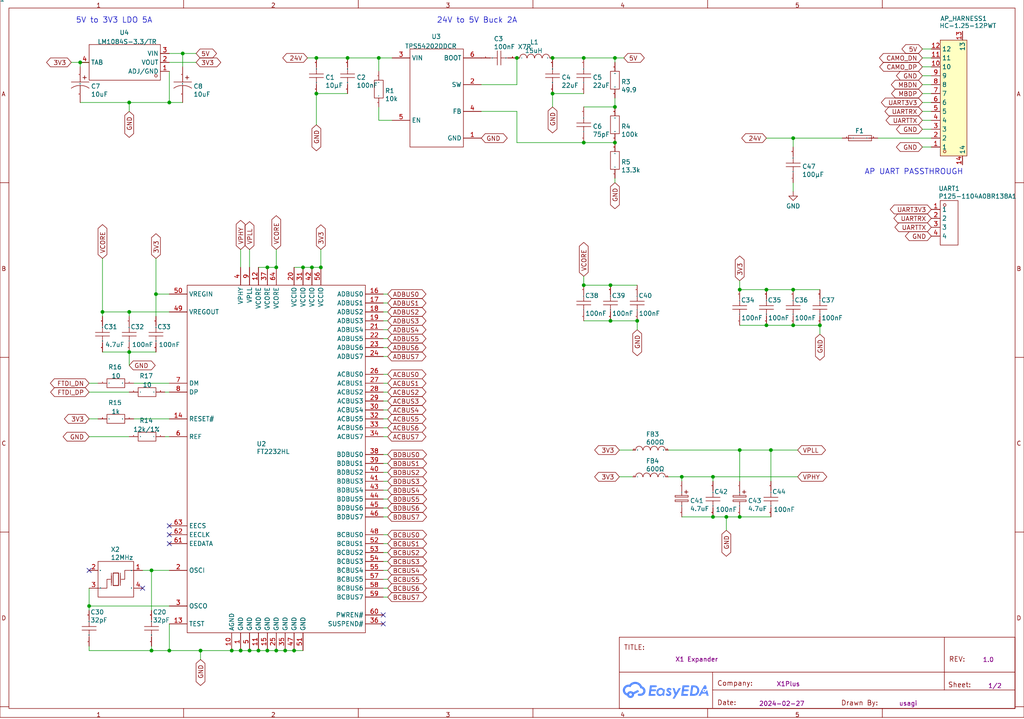
<source format=kicad_sch>
(kicad_sch (version 20231120) (generator "eeschema") (generator_version "8.0")
  (paper "User" 291.846 204.953)
  (junction (at 52.07 15.24))
  (junction (at 73.66 185.42))
  (junction (at 78.74 185.42))
  (junction (at 29.21 88.9))
  (junction (at 218.44 82.55))
  (junction (at 78.74 76.2))
  (junction (at 175.26 16.51))
  (junction (at 203.2 147.32))
  (junction (at 203.2 135.89))
  (junction (at 88.9 76.2))
  (junction (at 210.82 128.27))
  (junction (at 68.58 185.42))
  (junction (at 207.01 147.32))
  (junction (at 99.06 16.51))
  (junction (at 175.26 30.48))
  (junction (at 36.83 88.9))
  (junction (at 36.83 29.21))
  (junction (at 81.28 185.42))
  (junction (at 90.17 16.51))
  (junction (at 57.15 185.42))
  (junction (at 226.06 92.71))
  (junction (at 218.44 92.71))
  (junction (at 219.71 128.27))
  (junction (at 44.45 83.82))
  (junction (at 22.86 17.78))
  (junction (at 210.82 147.32))
  (junction (at 166.37 40.64))
  (junction (at 66.04 185.42))
  (junction (at 166.37 81.28))
  (junction (at 233.68 92.71))
  (junction (at 48.26 185.42))
  (junction (at 48.26 29.21))
  (junction (at 83.82 185.42))
  (junction (at 90.17 26.67))
  (junction (at 226.06 39.37))
  (junction (at 147.32 16.51))
  (junction (at 157.48 26.67))
  (junction (at 25.4 172.72))
  (junction (at 91.44 76.2))
  (junction (at 210.82 82.55))
  (junction (at 226.06 82.55))
  (junction (at 173.99 81.28))
  (junction (at 107.95 16.51))
  (junction (at 173.99 91.44))
  (junction (at 86.36 76.2))
  (junction (at 166.37 16.51))
  (junction (at 181.61 91.44))
  (junction (at 36.83 100.33))
  (junction (at 71.12 185.42))
  (junction (at 43.18 162.56))
  (junction (at 194.31 135.89))
  (junction (at 76.2 76.2))
  (junction (at 157.48 16.51))
  (junction (at 43.18 185.42))
  (junction (at 76.2 185.42))
  (junction (at 175.26 40.64))
  (no_connect (at 109.22 177.8))
  (no_connect (at 48.26 149.86))
  (no_connect (at 48.26 154.94))
  (no_connect (at 109.22 175.26))
  (no_connect (at 48.26 152.4))
  (no_connect (at 25.4 162.56))
  (no_connect (at 40.64 167.64))
  (wire (pts (xy 219.71 137.16) (xy 219.71 128.27)))
  (wire (pts (xy 22.86 17.78) (xy 20.32 17.78)))
  (wire (pts (xy 233.68 95.25) (xy 233.68 92.71)))
  (wire (pts (xy 226.06 52.07) (xy 226.06 54.61)))
  (wire (pts (xy 88.9 76.2) (xy 86.36 76.2)))
  (wire (pts (xy 36.83 29.21) (xy 36.83 31.75)))
  (wire (pts (xy 68.58 76.2) (xy 68.58 71.12)))
  (wire (pts (xy 110.49 154.94) (xy 109.22 154.94)))
  (wire (pts (xy 265.43 16.51) (xy 262.89 16.51)))
  (wire (pts (xy 25.4 111.76) (xy 36.83 111.76)))
  (wire (pts (xy 265.43 41.91) (xy 262.89 41.91)))
  (wire (pts (xy 166.37 26.67) (xy 157.48 26.67)))
  (wire (pts (xy 25.4 167.64) (xy 25.4 172.72)))
  (wire (pts (xy 44.45 100.33) (xy 36.83 100.33)))
  (wire (pts (xy 203.2 137.16) (xy 203.2 135.89)))
  (wire (pts (xy 25.4 17.78) (xy 22.86 17.78)))
  (wire (pts (xy 147.32 16.51) (xy 147.32 24.13)))
  (wire (pts (xy 147.32 31.75) (xy 147.32 40.64)))
  (wire (pts (xy 91.44 71.12) (xy 91.44 76.2)))
  (wire (pts (xy 166.37 81.28) (xy 173.99 81.28)))
  (wire (pts (xy 29.21 90.17) (xy 29.21 88.9)))
  (wire (pts (xy 90.17 26.67) (xy 90.17 35.56)))
  (wire (pts (xy 110.49 134.62) (xy 109.22 134.62)))
  (wire (pts (xy 110.49 121.92) (xy 109.22 121.92)))
  (wire (pts (xy 181.61 91.44) (xy 173.99 91.44)))
  (wire (pts (xy 194.31 147.32) (xy 203.2 147.32)))
  (wire (pts (xy 226.06 92.71) (xy 218.44 92.71)))
  (wire (pts (xy 48.26 29.21) (xy 52.07 29.21)))
  (wire (pts (xy 111.76 34.29) (xy 107.95 34.29)))
  (wire (pts (xy 110.49 165.1) (xy 109.22 165.1)))
  (wire (pts (xy 107.95 20.32) (xy 107.95 16.51)))
  (wire (pts (xy 177.8 16.51) (xy 175.26 16.51)))
  (wire (pts (xy 52.07 15.24) (xy 55.88 15.24)))
  (wire (pts (xy 71.12 185.42) (xy 73.66 185.42)))
  (wire (pts (xy 38.1 109.22) (xy 48.26 109.22)))
  (wire (pts (xy 71.12 76.2) (xy 71.12 71.12)))
  (wire (pts (xy 203.2 147.32) (xy 207.01 147.32)))
  (wire (pts (xy 181.61 93.98) (xy 181.61 91.44)))
  (wire (pts (xy 190.5 128.27) (xy 210.82 128.27)))
  (wire (pts (xy 83.82 185.42) (xy 86.36 185.42)))
  (wire (pts (xy 81.28 185.42) (xy 83.82 185.42)))
  (wire (pts (xy 36.83 104.14) (xy 36.83 100.33)))
  (wire (pts (xy 265.43 19.05) (xy 262.89 19.05)))
  (wire (pts (xy 22.86 29.21) (xy 36.83 29.21)))
  (wire (pts (xy 86.36 76.2) (xy 83.82 76.2)))
  (wire (pts (xy 110.49 160.02) (xy 109.22 160.02)))
  (wire (pts (xy 107.95 16.51) (xy 99.06 16.51)))
  (wire (pts (xy 226.06 82.55) (xy 218.44 82.55)))
  (wire (pts (xy 25.4 185.42) (xy 43.18 185.42)))
  (wire (pts (xy 226.06 39.37) (xy 240.03 39.37)))
  (wire (pts (xy 175.26 52.07) (xy 175.26 50.8)))
  (wire (pts (xy 227.33 135.89) (xy 203.2 135.89)))
  (wire (pts (xy 207.01 151.13) (xy 207.01 147.32)))
  (wire (pts (xy 110.49 142.24) (xy 109.22 142.24)))
  (wire (pts (xy 90.17 16.51) (xy 87.63 16.51)))
  (wire (pts (xy 265.43 29.21) (xy 262.89 29.21)))
  (wire (pts (xy 68.58 185.42) (xy 71.12 185.42)))
  (wire (pts (xy 110.49 109.22) (xy 109.22 109.22)))
  (wire (pts (xy 78.74 76.2) (xy 76.2 76.2)))
  (wire (pts (xy 25.4 124.46) (xy 36.83 124.46)))
  (wire (pts (xy 43.18 185.42) (xy 48.26 185.42)))
  (wire (pts (xy 265.43 21.59) (xy 262.89 21.59)))
  (wire (pts (xy 110.49 93.98) (xy 109.22 93.98)))
  (wire (pts (xy 175.26 16.51) (xy 166.37 16.51)))
  (wire (pts (xy 76.2 185.42) (xy 78.74 185.42)))
  (wire (pts (xy 91.44 76.2) (xy 88.9 76.2)))
  (wire (pts (xy 265.43 13.97) (xy 262.89 13.97)))
  (wire (pts (xy 48.26 88.9) (xy 36.83 88.9)))
  (wire (pts (xy 110.49 162.56) (xy 109.22 162.56)))
  (wire (pts (xy 218.44 92.71) (xy 210.82 92.71)))
  (wire (pts (xy 48.26 162.56) (xy 43.18 162.56)))
  (wire (pts (xy 110.49 170.18) (xy 109.22 170.18)))
  (wire (pts (xy 166.37 16.51) (xy 157.48 16.51)))
  (wire (pts (xy 66.04 185.42) (xy 68.58 185.42)))
  (wire (pts (xy 265.43 36.83) (xy 262.89 36.83)))
  (wire (pts (xy 110.49 137.16) (xy 109.22 137.16)))
  (wire (pts (xy 110.49 124.46) (xy 109.22 124.46)))
  (wire (pts (xy 25.4 172.72) (xy 48.26 172.72)))
  (wire (pts (xy 25.4 184.15) (xy 25.4 185.42)))
  (wire (pts (xy 110.49 106.68) (xy 109.22 106.68)))
  (wire (pts (xy 110.49 91.44) (xy 109.22 91.44)))
  (wire (pts (xy 22.86 19.05) (xy 22.86 17.78)))
  (wire (pts (xy 57.15 185.42) (xy 66.04 185.42)))
  (wire (pts (xy 29.21 73.66) (xy 29.21 88.9)))
  (wire (pts (xy 166.37 78.74) (xy 166.37 81.28)))
  (wire (pts (xy 180.34 135.89) (xy 176.53 135.89)))
  (wire (pts (xy 99.06 26.67) (xy 90.17 26.67)))
  (wire (pts (xy 44.45 90.17) (xy 44.45 83.82)))
  (wire (pts (xy 147.32 24.13) (xy 137.16 24.13)))
  (wire (pts (xy 203.2 135.89) (xy 194.31 135.89)))
  (wire (pts (xy 176.53 128.27) (xy 180.34 128.27)))
  (wire (pts (xy 48.26 177.8) (xy 48.26 185.42)))
  (wire (pts (xy 166.37 40.64) (xy 175.26 40.64)))
  (wire (pts (xy 43.18 173.99) (xy 43.18 162.56)))
  (wire (pts (xy 210.82 137.16) (xy 210.82 128.27)))
  (wire (pts (xy 43.18 162.56) (xy 40.64 162.56)))
  (wire (pts (xy 210.82 147.32) (xy 219.71 147.32)))
  (wire (pts (xy 43.18 184.15) (xy 43.18 185.42)))
  (wire (pts (xy 110.49 111.76) (xy 109.22 111.76)))
  (wire (pts (xy 25.4 109.22) (xy 27.94 109.22)))
  (wire (pts (xy 175.26 27.94) (xy 175.26 30.48)))
  (wire (pts (xy 110.49 99.06) (xy 109.22 99.06)))
  (wire (pts (xy 219.71 128.27) (xy 227.33 128.27)))
  (wire (pts (xy 57.15 187.96) (xy 57.15 185.42)))
  (wire (pts (xy 48.26 17.78) (xy 55.88 17.78)))
  (wire (pts (xy 265.43 26.67) (xy 262.89 26.67)))
  (wire (pts (xy 210.82 128.27) (xy 219.71 128.27)))
  (wire (pts (xy 265.43 39.37) (xy 250.19 39.37)))
  (wire (pts (xy 52.07 19.05) (xy 52.07 15.24)))
  (wire (pts (xy 25.4 119.38) (xy 27.94 119.38)))
  (wire (pts (xy 110.49 147.32) (xy 109.22 147.32)))
  (wire (pts (xy 226.06 39.37) (xy 226.06 41.91)))
  (wire (pts (xy 157.48 26.67) (xy 157.48 30.48)))
  (wire (pts (xy 46.99 124.46) (xy 48.26 124.46)))
  (wire (pts (xy 110.49 152.4) (xy 109.22 152.4)))
  (wire (pts (xy 147.32 40.64) (xy 166.37 40.64)))
  (wire (pts (xy 48.26 15.24) (xy 52.07 15.24)))
  (wire (pts (xy 207.01 147.32) (xy 210.82 147.32)))
  (wire (pts (xy 107.95 34.29) (xy 107.95 30.48)))
  (wire (pts (xy 25.4 173.99) (xy 25.4 172.72)))
  (wire (pts (xy 111.76 16.51) (xy 107.95 16.51)))
  (wire (pts (xy 110.49 129.54) (xy 109.22 129.54)))
  (wire (pts (xy 36.83 88.9) (xy 36.83 90.17)))
  (wire (pts (xy 190.5 135.89) (xy 194.31 135.89)))
  (wire (pts (xy 29.21 88.9) (xy 36.83 88.9)))
  (wire (pts (xy 44.45 73.66) (xy 44.45 83.82)))
  (wire (pts (xy 38.1 119.38) (xy 48.26 119.38)))
  (wire (pts (xy 265.43 24.13) (xy 262.89 24.13)))
  (wire (pts (xy 175.26 17.78) (xy 175.26 16.51)))
  (wire (pts (xy 110.49 139.7) (xy 109.22 139.7)))
  (wire (pts (xy 73.66 185.42) (xy 76.2 185.42)))
  (wire (pts (xy 110.49 157.48) (xy 109.22 157.48)))
  (wire (pts (xy 233.68 92.71) (xy 226.06 92.71)))
  (wire (pts (xy 233.68 82.55) (xy 226.06 82.55)))
  (wire (pts (xy 110.49 114.3) (xy 109.22 114.3)))
  (wire (pts (xy 110.49 119.38) (xy 109.22 119.38)))
  (wire (pts (xy 110.49 116.84) (xy 109.22 116.84)))
  (wire (pts (xy 48.26 185.42) (xy 57.15 185.42)))
  (wire (pts (xy 110.49 132.08) (xy 109.22 132.08)))
  (wire (pts (xy 76.2 76.2) (xy 73.66 76.2)))
  (wire (pts (xy 110.49 88.9) (xy 109.22 88.9)))
  (wire (pts (xy 218.44 82.55) (xy 210.82 82.55)))
  (wire (pts (xy 173.99 91.44) (xy 166.37 91.44)))
  (wire (pts (xy 36.83 100.33) (xy 29.21 100.33)))
  (wire (pts (xy 194.31 135.89) (xy 194.31 137.16)))
  (wire (pts (xy 44.45 83.82) (xy 48.26 83.82)))
  (wire (pts (xy 110.49 96.52) (xy 109.22 96.52)))
  (wire (pts (xy 265.43 31.75) (xy 262.89 31.75)))
  (wire (pts (xy 48.26 20.32) (xy 48.26 29.21)))
  (wire (pts (xy 173.99 81.28) (xy 181.61 81.28)))
  (wire (pts (xy 110.49 101.6) (xy 109.22 101.6)))
  (wire (pts (xy 110.49 86.36) (xy 109.22 86.36)))
  (wire (pts (xy 210.82 82.55) (xy 210.82 80.01)))
  (wire (pts (xy 110.49 167.64) (xy 109.22 167.64)))
  (wire (pts (xy 175.26 30.48) (xy 166.37 30.48)))
  (wire (pts (xy 218.44 39.37) (xy 226.06 39.37)))
  (wire (pts (xy 36.83 29.21) (xy 48.26 29.21)))
  (wire (pts (xy 110.49 83.82) (xy 109.22 83.82)))
  (wire (pts (xy 78.74 71.12) (xy 78.74 76.2)))
  (wire (pts (xy 46.99 111.76) (xy 48.26 111.76)))
  (wire (pts (xy 265.43 34.29) (xy 262.89 34.29)))
  (wire (pts (xy 78.74 185.42) (xy 81.28 185.42)))
  (wire (pts (xy 110.49 144.78) (xy 109.22 144.78)))
  (wire (pts (xy 137.16 31.75) (xy 147.32 31.75)))
  (wire (pts (xy 99.06 16.51) (xy 90.17 16.51)))
  (text "5V to 3V3 LDO 5A" (at 21.59 6.8072 0) (effects (font (size 1.5748 1.5748)) (justify left bottom)))
  (text "AP UART PASSTHROUGH" (at 246.38 49.9872 0) (effects (font (size 1.5748 1.5748)) (justify left bottom)))
  (text "24V to 5V Buck 2A" (at 124.46 6.8072 0) (effects (font (size 1.5748 1.5748)) (justify left bottom)))
  (global_label "ADBUS7" (shape bidirectional) (at 110.49 101.6 0) (property "Intersheetrefs" "${INTERSHEET_REFS}" (effects (hide yes))))
  (global_label "UART3V3" (shape bidirectional) (at 262.89 29.21 180) (property "Intersheetrefs" "${INTERSHEET_REFS}" (effects (hide yes))))
  (global_label "BDBUS4" (shape bidirectional) (at 110.49 139.7 0) (property "Intersheetrefs" "${INTERSHEET_REFS}" (effects (hide yes))))
  (global_label "FTDI_DP" (shape bidirectional) (at 25.4 111.76 180) (property "Intersheetrefs" "${INTERSHEET_REFS}" (effects (hide yes))))
  (global_label "UARTTX" (shape bidirectional) (at 265.43 64.77 180) (property "Intersheetrefs" "${INTERSHEET_REFS}" (effects (hide yes))))
  (global_label "ACBUS4" (shape bidirectional) (at 110.49 116.84 0) (property "Intersheetrefs" "${INTERSHEET_REFS}" (effects (hide yes))))
  (global_label "ADBUS3" (shape bidirectional) (at 110.49 91.44 0) (property "Intersheetrefs" "${INTERSHEET_REFS}" (effects (hide yes))))
  (global_label "BDBUS3" (shape bidirectional) (at 110.49 137.16 0) (property "Intersheetrefs" "${INTERSHEET_REFS}" (effects (hide yes))))
  (global_label "BCBUS7" (shape bidirectional) (at 110.49 170.18 0) (property "Intersheetrefs" "${INTERSHEET_REFS}" (effects (hide yes))))
  (global_label "ACBUS1" (shape bidirectional) (at 110.49 109.22 0) (property "Intersheetrefs" "${INTERSHEET_REFS}" (effects (hide yes))))
  (global_label "ACBUS7" (shape bidirectional) (at 110.49 124.46 0) (property "Intersheetrefs" "${INTERSHEET_REFS}" (effects (hide yes))))
  (global_label "UARTTX" (shape bidirectional) (at 262.89 34.29 180) (property "Intersheetrefs" "${INTERSHEET_REFS}" (effects (hide yes))))
  (global_label "VPLL" (shape bidirectional) (at 227.33 128.27 0) (property "Intersheetrefs" "${INTERSHEET_REFS}" (effects (hide yes))))
  (global_label "ADBUS6" (shape bidirectional) (at 110.49 99.06 0) (property "Intersheetrefs" "${INTERSHEET_REFS}" (effects (hide yes))))
  (global_label "GND" (shape bidirectional) (at 181.61 93.98 270) (property "Intersheetrefs" "${INTERSHEET_REFS}" (effects (hide yes))))
  (global_label "GND" (shape bidirectional) (at 207.01 151.13 270) (property "Intersheetrefs" "${INTERSHEET_REFS}" (effects (hide yes))))
  (global_label "3V3" (shape bidirectional) (at 25.4 119.38 180) (property "Intersheetrefs" "${INTERSHEET_REFS}" (effects (hide yes))))
  (global_label "ADBUS1" (shape bidirectional) (at 110.49 86.36 0) (property "Intersheetrefs" "${INTERSHEET_REFS}" (effects (hide yes))))
  (global_label "5V" (shape bidirectional) (at 262.89 13.97 180) (property "Intersheetrefs" "${INTERSHEET_REFS}" (effects (hide yes))))
  (global_label "24V" (shape bidirectional) (at 87.63 16.51 180) (property "Intersheetrefs" "${INTERSHEET_REFS}" (effects (hide yes))))
  (global_label "GND" (shape bidirectional) (at 262.89 21.59 180) (property "Intersheetrefs" "${INTERSHEET_REFS}" (effects (hide yes))))
  (global_label "MBDN" (shape bidirectional) (at 262.89 24.13 180) (property "Intersheetrefs" "${INTERSHEET_REFS}" (effects (hide yes))))
  (global_label "GND" (shape bidirectional) (at 157.48 30.48 270) (property "Intersheetrefs" "${INTERSHEET_REFS}" (effects (hide yes))))
  (global_label "3V3" (shape bidirectional) (at 55.88 17.78 0) (property "Intersheetrefs" "${INTERSHEET_REFS}" (effects (hide yes))))
  (global_label "GND" (shape bidirectional) (at 262.89 41.91 180) (property "Intersheetrefs" "${INTERSHEET_REFS}" (effects (hide yes))))
  (global_label "5V" (shape bidirectional) (at 55.88 15.24 0) (property "Intersheetrefs" "${INTERSHEET_REFS}" (effects (hide yes))))
  (global_label "VPHY" (shape bidirectional) (at 68.58 71.12 90) (property "Intersheetrefs" "${INTERSHEET_REFS}" (effects (hide yes))))
  (global_label "BDBUS5" (shape bidirectional) (at 110.49 142.24 0) (property "Intersheetrefs" "${INTERSHEET_REFS}" (effects (hide yes))))
  (global_label "CAMO_DP" (shape bidirectional) (at 262.89 19.05 180) (property "Intersheetrefs" "${INTERSHEET_REFS}" (effects (hide yes))))
  (global_label "24V" (shape bidirectional) (at 218.44 39.37 180) (property "Intersheetrefs" "${INTERSHEET_REFS}" (effects (hide yes))))
  (global_label "3V3" (shape bidirectional) (at 91.44 71.12 90) (property "Intersheetrefs" "${INTERSHEET_REFS}" (effects (hide yes))))
  (global_label "BCBUS4" (shape bidirectional) (at 110.49 162.56 0) (property "Intersheetrefs" "${INTERSHEET_REFS}" (effects (hide yes))))
  (global_label "GND" (shape bidirectional) (at 36.83 31.75 270) (property "Intersheetrefs" "${INTERSHEET_REFS}" (effects (hide yes))))
  (global_label "GND" (shape bidirectional) (at 90.17 35.56 270) (property "Intersheetrefs" "${INTERSHEET_REFS}" (effects (hide yes))))
  (global_label "GND" (shape bidirectional) (at 262.89 36.83 180) (property "Intersheetrefs" "${INTERSHEET_REFS}" (effects (hide yes))))
  (global_label "BCBUS5" (shape bidirectional) (at 110.49 165.1 0) (property "Intersheetrefs" "${INTERSHEET_REFS}" (effects (hide yes))))
  (global_label "VCORE" (shape bidirectional) (at 166.37 78.74 90) (property "Intersheetrefs" "${INTERSHEET_REFS}" (effects (hide yes))))
  (global_label "VPLL" (shape bidirectional) (at 71.12 71.12 90) (property "Intersheetrefs" "${INTERSHEET_REFS}" (effects (hide yes))))
  (global_label "3V3" (shape bidirectional) (at 20.32 17.78 180) (property "Intersheetrefs" "${INTERSHEET_REFS}" (effects (hide yes))))
  (global_label "GND" (shape bidirectional) (at 57.15 187.96 270) (property "Intersheetrefs" "${INTERSHEET_REFS}" (effects (hide yes))))
  (global_label "ACBUS5" (shape bidirectional) (at 110.49 119.38 0) (property "Intersheetrefs" "${INTERSHEET_REFS}" (effects (hide yes))))
  (global_label "BDBUS7" (shape bidirectional) (at 110.49 147.32 0) (property "Intersheetrefs" "${INTERSHEET_REFS}" (effects (hide yes))))
  (global_label "CAMO_DN" (shape bidirectional) (at 262.89 16.51 180) (property "Intersheetrefs" "${INTERSHEET_REFS}" (effects (hide yes))))
  (global_label "MBDP" (shape bidirectional) (at 262.89 26.67 180) (property "Intersheetrefs" "${INTERSHEET_REFS}" (effects (hide yes))))
  (global_label "GND" (shape bidirectional) (at 233.68 95.25 270) (property "Intersheetrefs" "${INTERSHEET_REFS}" (effects (hide yes))))
  (global_label "BDBUS2" (shape bidirectional) (at 110.49 134.62 0) (property "Intersheetrefs" "${INTERSHEET_REFS}" (effects (hide yes))))
  (global_label "3V3" (shape bidirectional) (at 44.45 73.66 90) (property "Intersheetrefs" "${INTERSHEET_REFS}" (effects (hide yes))))
  (global_label "BCBUS3" (shape bidirectional) (at 110.49 160.02 0) (property "Intersheetrefs" "${INTERSHEET_REFS}" (effects (hide yes))))
  (global_label "ACBUS6" (shape bidirectional) (at 110.49 121.92 0) (property "Intersheetrefs" "${INTERSHEET_REFS}" (effects (hide yes))))
  (global_label "VCORE" (shape bidirectional) (at 78.74 71.12 90) (property "Intersheetrefs" "${INTERSHEET_REFS}" (effects (hide yes))))
  (global_label "UART3V3" (shape bidirectional) (at 265.43 59.69 180) (property "Intersheetrefs" "${INTERSHEET_REFS}" (effects (hide yes))))
  (global_label "ADBUS0" (shape bidirectional) (at 110.49 83.82 0) (property "Intersheetrefs" "${INTERSHEET_REFS}" (effects (hide yes))))
  (global_label "GND" (shape bidirectional) (at 137.16 39.37 0) (property "Intersheetrefs" "${INTERSHEET_REFS}" (effects (hide yes))))
  (global_label "GND" (shape bidirectional) (at 265.43 67.31 180) (property "Intersheetrefs" "${INTERSHEET_REFS}" (effects (hide yes))))
  (global_label "VCORE" (shape bidirectional) (at 29.21 73.66 90) (property "Intersheetrefs" "${INTERSHEET_REFS}" (effects (hide yes))))
  (global_label "ADBUS2" (shape bidirectional) (at 110.49 88.9 0) (property "Intersheetrefs" "${INTERSHEET_REFS}" (effects (hide yes))))
  (global_label "BCBUS6" (shape bidirectional) (at 110.49 167.64 0) (property "Intersheetrefs" "${INTERSHEET_REFS}" (effects (hide yes))))
  (global_label "UARTRX" (shape bidirectional) (at 265.43 62.23 180) (property "Intersheetrefs" "${INTERSHEET_REFS}" (effects (hide yes))))
  (global_label "ADBUS4" (shape bidirectional) (at 110.49 93.98 0) (property "Intersheetrefs" "${INTERSHEET_REFS}" (effects (hide yes))))
  (global_label "3V3" (shape bidirectional) (at 210.82 80.01 90) (property "Intersheetrefs" "${INTERSHEET_REFS}" (effects (hide yes))))
  (global_label "VPHY" (shape bidirectional) (at 227.33 135.89 0) (property "Intersheetrefs" "${INTERSHEET_REFS}" (effects (hide yes))))
  (global_label "5V" (shape bidirectional) (at 177.8 16.51 0) (property "Intersheetrefs" "${INTERSHEET_REFS}" (effects (hide yes))))
  (global_label "BCBUS1" (shape bidirectional) (at 110.49 154.94 0) (property "Intersheetrefs" "${INTERSHEET_REFS}" (effects (hide yes))))
  (global_label "UARTRX" (shape bidirectional) (at 262.89 31.75 180) (property "Intersheetrefs" "${INTERSHEET_REFS}" (effects (hide yes))))
  (global_label "BDBUS0" (shape bidirectional) (at 110.49 129.54 0) (property "Intersheetrefs" "${INTERSHEET_REFS}" (effects (hide yes))))
  (global_label "BDBUS6" (shape bidirectional) (at 110.49 144.78 0) (property "Intersheetrefs" "${INTERSHEET_REFS}" (effects (hide yes))))
  (global_label "3V3" (shape bidirectional) (at 176.53 135.89 180) (property "Intersheetrefs" "${INTERSHEET_REFS}" (effects (hide yes))))
  (global_label "ACBUS2" (shape bidirectional) (at 110.49 111.76 0) (property "Intersheetrefs" "${INTERSHEET_REFS}" (effects (hide yes))))
  (global_label "GND" (shape bidirectional) (at 36.83 104.14 0) (property "Intersheetrefs" "${INTERSHEET_REFS}" (effects (hide yes))))
  (global_label "3V3" (shape bidirectional) (at 176.53 128.27 180) (property "Intersheetrefs" "${INTERSHEET_REFS}" (effects (hide yes))))
  (global_label "ACBUS3" (shape bidirectional) (at 110.49 114.3 0) (property "Intersheetrefs" "${INTERSHEET_REFS}" (effects (hide yes))))
  (global_label "ACBUS0" (shape bidirectional) (at 110.49 106.68 0) (property "Intersheetrefs" "${INTERSHEET_REFS}" (effects (hide yes))))
  (global_label "BDBUS1" (shape bidirectional) (at 110.49 132.08 0) (property "Intersheetrefs" "${INTERSHEET_REFS}" (effects (hide yes))))
  (global_label "ADBUS5" (shape bidirectional) (at 110.49 96.52 0) (property "Intersheetrefs" "${INTERSHEET_REFS}" (effects (hide yes))))
  (global_label "GND" (shape bidirectional) (at 175.26 52.07 270) (property "Intersheetrefs" "${INTERSHEET_REFS}" (effects (hide yes))))
  (global_label "BCBUS2" (shape bidirectional) (at 110.49 157.48 0) (property "Intersheetrefs" "${INTERSHEET_REFS}" (effects (hide yes))))
  (global_label "FTDI_DN" (shape bidirectional) (at 25.4 109.22 180) (property "Intersheetrefs" "${INTERSHEET_REFS}" (effects (hide yes))))
  (global_label "BCBUS0" (shape bidirectional) (at 110.49 152.4 0) (property "Intersheetrefs" "${INTERSHEET_REFS}" (effects (hide yes))))
  (global_label "GND" (shape bidirectional) (at 25.4 124.46 180) (property "Intersheetrefs" "${INTERSHEET_REFS}" (effects (hide yes))))
  (symbol (lib_id "X1 Expande-easyedapro:JK-NSMD100-16V") (at 245.11 39.37 0) (unit 1)
    (property "Reference" "F1" (at 243.713 38.0238 0) (effects (justify left bottom)))
    (property "Value" "JK-NSMD100-16V" (effects (hide yes)))
    (property "Footprint" "Fuse:Fuse_1206_3216Metric" (effects (hide yes)))
    (property "Add into BOM" "yes" (effects (hide yes)))
    (property "Convert to PCB" "yes" (effects (hide yes)))
    (property "JLCPCB Part Class" "Extended Part" (effects (hide yes)))
    (property "Manufacturer" "JK(金科)" (effects (hide yes)))
    (property "Manufacturer Part" "JK-nSMD100-16" (effects (hide yes)))
    (property "Origin Footprint" "F1206" (effects (hide yes)))
    (property "Supplier" "LCSC" (effects (hide yes)))
    (property "Supplier Part" "C369161" (effects (hide yes)))
  )
  (symbol (lib_id "X1 Expande-easyedapro:49.9") (at 175.26 22.86 90) (unit 1)
    (property "Reference" "R3" (at 177.038 24.0538 90) (effects (justify right top)))
    (property "Value" "49.9" (at 177.038 26.3398 90) (effects (justify right top)))
    (property "Footprint" "Resistor_SMD:R_0603_1608Metric" (effects (hide yes)))
    (property "Add into BOM" "yes" (effects (hide yes)))
    (property "Convert to PCB" "yes" (effects (hide yes)))
    (property "Origin Footprint" "R0603" (effects (hide yes)))
  )
  (symbol (lib_id "X1 Expande-easyedapro:100nF") (at 44.45 95.25 90) (unit 1)
    (property "Reference" "C33" (at 44.8056 93.8784 90) (effects (justify right top)))
    (property "Value" "100nF" (at 45.212 98.9584 90) (effects (justify right top)))
    (property "Footprint" "Capacitor_SMD:C_0402_1005Metric" (effects (hide yes)))
    (property "Add into BOM" "yes" (effects (hide yes)))
    (property "Convert to PCB" "yes" (effects (hide yes)))
    (property "Origin Footprint" "C0805" (effects (hide yes)))
  )
  (symbol (lib_id "X1 Expande-easyedapro:TPS54202DDCR") (at 124.46 26.67 0) (unit 1)
    (property "Reference" "U3" (at 122.936 11.1506 0) (effects (justify left bottom)))
    (property "Value" "TPS54202DDCR" (at 115.3922 13.8938 0) (effects (justify left bottom)))
    (property "Footprint" "X1 Expande-easyedapro:SOT-23-6_L2.9-W1.6-P0.95-LS2.8-BL-2" (effects (hide yes)))
    (property "Add into BOM" "yes" (effects (hide yes)))
    (property "Convert to PCB" "yes" (effects (hide yes)))
    (property "Manufacturer" "TI(德州仪器)" (effects (hide yes)))
    (property "Manufacturer Part" "TPS54202DDCR" (effects (hide yes)))
    (property "Origin Footprint" "SOT-23-6_L2.9-W1.6-P0.95-LS2.8-BL-2" (effects (hide yes)))
    (property "Supplier" "LCSC" (effects (hide yes)))
    (property "Supplier Part" "C191884" (effects (hide yes)))
  )
  (symbol (lib_name "4.7uF_2") (lib_id "X1 Expande-easyedapro:4.7uF") (at 194.31 142.24 270) (unit 1)
    (property "Reference" "C41" (at 196.6468 143.4338 90) (effects (justify left bottom)))
    (property "Value" "4.7uF" (at 196.6468 145.7198 90) (effects (justify left bottom)))
    (property "Footprint" "Capacitor_SMD:C_0603_1608Metric" (effects (hide yes)))
    (property "Add into BOM" "yes" (effects (hide yes)))
    (property "Convert to PCB" "yes" (effects (hide yes)))
    (property "Origin Footprint" "CASE-A_3216" (effects (hide yes)))
  )
  (symbol (lib_id "X1 Expande-easyedapro:HC-1.25-12PWT") (at 270.51 27.94 0) (mirror x) (unit 1)
    (property "Reference" "AP_HARNESS1" (at 267.97 4.572 0) (effects (justify left bottom)))
    (property "Value" "HC-1.25-12PWT" (at 267.716 6.604 0) (effects (justify left bottom)))
    (property "Footprint" "X1 Expande-easyedapro:CONN-SMD_12P-P1.25_HCTL_HC-1.25-12PWT" (effects (hide yes)))
    (property "Add into BOM" "yes" (effects (hide yes)))
    (property "Convert to PCB" "yes" (effects (hide yes)))
    (property "JLCPCB Part Class" "Extended Part" (effects (hide yes)))
    (property "Manufacturer" "HCTL" (effects (hide yes)))
    (property "Manufacturer Part" "HC-1.25-12PWT" (effects (hide yes)))
    (property "Supplier" "LCSC" (effects (hide yes)))
    (property "Supplier Part" "C2937184" (effects (hide yes)))
    (property "LCSC Part" "C2937184" (effects (hide yes)))
  )
  (symbol (lib_id "X1 Expande-easyedapro:100nF") (at 219.71 142.24 90) (unit 1)
    (property "Reference" "C44" (at 220.0656 140.8684 90) (effects (justify right top)))
    (property "Value" "100nF" (at 220.472 145.9484 90) (effects (justify right top)))
    (property "Footprint" "Capacitor_SMD:C_0402_1005Metric" (effects (hide yes)))
    (property "Add into BOM" "yes" (effects (hide yes)))
    (property "Convert to PCB" "yes" (effects (hide yes)))
    (property "Origin Footprint" "C0805" (effects (hide yes)))
  )
  (symbol (lib_id "X1 Expande-easyedapro:100k") (at 175.26 35.56 90) (unit 1)
    (property "Reference" "R4" (at 177.038 36.7538 90) (effects (justify right top)))
    (property "Value" "100k" (at 177.038 39.0398 90) (effects (justify right top)))
    (property "Footprint" "Resistor_SMD:R_0603_1608Metric" (effects (hide yes)))
    (property "Add into BOM" "yes" (effects (hide yes)))
    (property "Convert to PCB" "yes" (effects (hide yes)))
    (property "Manufacturer" "UNI-ROYAL(厚声)" (effects (hide yes)))
    (property "Manufacturer Part" "0603WAF1003T5E" (effects (hide yes)))
    (property "Origin Footprint" "R0603" (effects (hide yes)))
    (property "Supplier" "LCSC" (effects (hide yes)))
    (property "Supplier Part" "C25803" (effects (hide yes)))
  )
  (symbol (lib_id "X1 Expande-easyedapro:511k") (at 107.95 25.4 90) (unit 1)
    (property "Reference" "R1" (at 109.728 26.5938 90) (effects (justify right top)))
    (property "Value" "10k" (at 109.728 28.8798 90) (effects (justify right top)))
    (property "Footprint" "Resistor_SMD:R_0603_1608Metric" (effects (hide yes)))
    (property "Add into BOM" "yes" (effects (hide yes)))
    (property "Convert to PCB" "yes" (effects (hide yes)))
    (property "Origin Footprint" "R0603" (effects (hide yes)))
  )
  (symbol (lib_id "X1 Expande-easyedapro:100nF") (at 36.83 95.25 90) (unit 1)
    (property "Reference" "C32" (at 37.1856 93.8784 90) (effects (justify right top)))
    (property "Value" "100nF" (at 37.592 98.9584 90) (effects (justify right top)))
    (property "Footprint" "Capacitor_SMD:C_0402_1005Metric" (effects (hide yes)))
    (property "Add into BOM" "yes" (effects (hide yes)))
    (property "Convert to PCB" "yes" (effects (hide yes)))
    (property "Origin Footprint" "C0805" (effects (hide yes)))
  )
  (symbol (lib_id "X1 Expande-easyedapro:13.3k") (at 175.26 45.72 90) (unit 1)
    (property "Reference" "R5" (at 177.038 46.9138 90) (effects (justify right top)))
    (property "Value" "13.3k" (at 177.038 49.1998 90) (effects (justify right top)))
    (property "Footprint" "Resistor_SMD:R_0603_1608Metric" (effects (hide yes)))
    (property "Add into BOM" "yes" (effects (hide yes)))
    (property "Convert to PCB" "yes" (effects (hide yes)))
    (property "Origin Footprint" "R0603" (effects (hide yes)))
  )
  (symbol (lib_id "X1 Expande-easyedapro:12k/1%") (at 41.91 124.46 180) (unit 1)
    (property "Reference" "R14" (at 39.7256 120.5738 0) (effects (justify right top)))
    (property "Value" "12k/1%" (at 37.9476 123.1138 0) (effects (justify right top)))
    (property "Footprint" "Resistor_SMD:R_0603_1608Metric" (effects (hide yes)))
    (property "Add into BOM" "yes" (effects (hide yes)))
    (property "Convert to PCB" "yes" (effects (hide yes)))
    (property "Origin Footprint" "R0402" (effects (hide yes)))
  )
  (symbol (lib_id "X1 Expande-easyedapro:1k") (at 33.02 119.38 0) (unit 1)
    (property "Reference" "R15" (at 30.8356 115.4938 0) (effects (justify left bottom)))
    (property "Value" "1k" (at 31.75 118.0338 0) (effects (justify left bottom)))
    (property "Footprint" "Resistor_SMD:R_0603_1608Metric" (effects (hide yes)))
    (property "Add into BOM" "yes" (effects (hide yes)))
    (property "Convert to PCB" "yes" (effects (hide yes)))
    (property "Origin Footprint" "R0402" (effects (hide yes)))
  )
  (symbol (lib_name "4.7uF_1") (lib_id "X1 Expande-easyedapro:4.7uF") (at 210.82 142.24 270) (unit 1)
    (property "Reference" "C43" (at 213.1568 143.4338 90) (effects (justify left bottom)))
    (property "Value" "4.7uF" (at 213.1568 145.7198 90) (effects (justify left bottom)))
    (property "Footprint" "Capacitor_SMD:C_0603_1608Metric" (effects (hide yes)))
    (property "Add into BOM" "yes" (effects (hide yes)))
    (property "Convert to PCB" "yes" (effects (hide yes)))
    (property "Origin Footprint" "CASE-A_3216" (effects (hide yes)))
  )
  (symbol (lib_id "X1 Expande-easyedapro:22uF") (at 157.48 21.59 90) (unit 1)
    (property "Reference" "C4" (at 160.02 22.7838 90) (effects (justify right top)))
    (property "Value" "22uF" (at 160.02 25.0698 90) (effects (justify right top)))
    (property "Footprint" "Capacitor_SMD:C_0603_1608Metric" (effects (hide yes)))
    (property "Add into BOM" "yes" (effects (hide yes)))
    (property "Convert to PCB" "yes" (effects (hide yes)))
    (property "Manufacturer" "SAMSUNG(三星)" (effects (hide yes)))
    (property "Manufacturer Part" "CL10A226MQ8NRNC" (effects (hide yes)))
    (property "Origin Footprint" "C0603" (effects (hide yes)))
    (property "Supplier" "LCSC" (effects (hide yes)))
    (property "Supplier Part" "C59461" (effects (hide yes)))
  )
  (symbol (lib_id "X1 Expande-easyedapro:600Ω") (at 185.42 135.89 0) (unit 1)
    (property "Reference" "FB4" (at 184.0992 132.1054 0) (effects (justify left bottom)))
    (property "Value" "600Ω" (at 184.0992 134.3914 0) (effects (justify left bottom)))
    (property "Footprint" "Inductor_SMD:L_0805_2012Metric" (effects (hide yes)))
    (property "Add into BOM" "yes" (effects (hide yes)))
    (property "Convert to PCB" "yes" (effects (hide yes)))
    (property "JLCPCB Part Class" "Basic Part" (effects (hide yes)))
    (property "Manufacturer" "Sunlord(顺络)" (effects (hide yes)))
    (property "Manufacturer Part" "GZ2012D601TF" (effects (hide yes)))
    (property "Origin Footprint" "L0805" (effects (hide yes)))
    (property "Supplier" "LCSC" (effects (hide yes)))
    (property "Supplier Part" "C1017" (effects (hide yes)))
  )
  (symbol (lib_id "X1 Expande-easyedapro:100nF") (at 166.37 86.36 90) (unit 1)
    (property "Reference" "C38" (at 166.7256 84.9884 90) (effects (justify right top)))
    (property "Value" "100nF" (at 166.8018 90.0684 90) (effects (justify right top)))
    (property "Footprint" "Capacitor_SMD:C_0402_1005Metric" (effects (hide yes)))
    (property "Add into BOM" "yes" (effects (hide yes)))
    (property "Convert to PCB" "yes" (effects (hide yes)))
    (property "Origin Footprint" "C0805" (effects (hide yes)))
  )
  (symbol (lib_id "X1 Expande-easyedapro:FT2232HL") (at 78.74 130.81 0) (unit 1)
    (property "Reference" "U2" (at 73.1266 127.2286 0) (effects (justify left bottom)))
    (property "Value" "FT2232HL" (at 73.1266 129.4384 0) (effects (justify left bottom)))
    (property "Footprint" "X1 Expande-easyedapro:LQFP-64_L10.0-W10.0-P0.50-LS12.0-TL" (effects (hide yes)))
    (property "Add into BOM" "yes" (effects (hide yes)))
    (property "Convert to PCB" "yes" (effects (hide yes)))
    (property "JLCPCB Part Class" "Extended Part" (effects (hide yes)))
    (property "Manufacturer" "FTDI(飞特帝亚)" (effects (hide yes)))
    (property "Manufacturer Part" "FT2232HL-REEL" (effects (hide yes)))
    (property "Origin Footprint" "LQFP-64_L10.0-W10.0-P0.50-LS12.0-TL" (effects (hide yes)))
    (property "Supplier" "LCSC" (effects (hide yes)))
    (property "Supplier Part" "C27882" (effects (hide yes)))
  )
  (symbol (lib_id "power:GND") (at 226.06 54.61 0) (unit 1)
    (property "Reference" "#PWR01" (effects (hide yes)))
    (property "Value" "GND" (at 226.06 58.7431 0))
    (property "Description" "Power symbol creates a global label with name \"GND\" , ground" (effects (hide yes)))
  )
  (symbol (lib_id "X1 Expande-easyedapro:10") (at 41.91 111.76 0) (unit 1)
    (property "Reference" "R17" (at 39.7256 107.8738 0) (effects (justify left bottom)))
    (property "Value" "10" (at 40.64 110.4138 0) (effects (justify left bottom)))
    (property "Footprint" "Resistor_SMD:R_0603_1608Metric" (effects (hide yes)))
    (property "Add into BOM" "yes" (effects (hide yes)))
    (property "Convert to PCB" "yes" (effects (hide yes)))
    (property "Manufacturer" "UNI-ROYAL(厚声)" (effects (hide yes)))
    (property "Manufacturer Part" "0402WGF100JTCE" (effects (hide yes)))
    (property "Origin Footprint" "R0402" (effects (hide yes)))
    (property "Supplier" "LCSC" (effects (hide yes)))
    (property "Supplier Part" "C25077" (effects (hide yes)))
  )
  (symbol (lib_id "X1 Expande-easyedapro:75pF") (at 166.37 35.56 90) (unit 1)
    (property "Reference" "C6" (at 168.91 36.7538 90) (effects (justify right top)))
    (property "Value" "75pF" (at 168.91 39.0398 90) (effects (justify right top)))
    (property "Footprint" "Capacitor_SMD:C_0603_1608Metric" (effects (hide yes)))
    (property "Add into BOM" "yes" (effects (hide yes)))
    (property "Convert to PCB" "yes" (effects (hide yes)))
    (property "Origin Footprint" "C0603" (effects (hide yes)))
  )
  (symbol (lib_id "X1 Expande-easyedapro:A_A4") (at 0 -0.254 0) (unit 1) (in_bom no) (on_board no)
    (property "Reference" "P1" (at 0 -0.254 0))
    (property "Value" "A_A4" (effects (hide yes)))
    (property "Footprint" "X1 Expande-easyedapro:" (effects (hide yes)))
    (property "@Project Name" "X1 Expander" (at 192.4304 188.6204 0) (effects (justify left bottom)))
    (property "Add into BOM" "yes" (effects (hide yes)))
    (property "Company" "X1Plus" (at 221.2848 195.6308 0) (effects (justify left bottom)))
    (property "Convert to PCB" "yes" (effects (hide yes)))
    (property "Date" "2024-02-27" (at 216.3064 201.2442 0) (effects (justify left bottom)))
    (property "Draw By" "usagi" (at 256.1844 201.168 0) (effects (justify left bottom)))
    (property "REV" "1.0" (at 280.0604 188.722 0) (effects (justify left bottom)))
    (property "Sheet" "1/2" (at 281.5844 196.1642 0) (effects (justify left bottom)))
  )
  (symbol (lib_id "X1 Expande-easyedapro:100nF") (at 226.06 46.99 90) (unit 1)
    (property "Reference" "C47" (at 228.6 48.1838 90) (effects (justify right top)))
    (property "Value" "100µF" (at 228.6 50.4698 90) (effects (justify right top)))
    (property "Footprint" "Capacitor_SMD:C_1210_3225Metric" (effects (hide yes)))
    (property "Add into BOM" "yes" (effects (hide yes)))
    (property "Convert to PCB" "yes" (effects (hide yes)))
    (property "Origin Footprint" "C0603" (effects (hide yes)))
  )
  (symbol (lib_id "X1 Expande-easyedapro:P125-1104A0BR138A1") (at 270.51 63.5 0) (unit 1)
    (property "Reference" "UART1" (at 267.462 54.4576 0) (effects (justify left bottom)))
    (property "Value" "P125-1104A0BR138A1" (at 267.462 56.6674 0) (effects (justify left bottom)))
    (property "Footprint" "X1 Expande-easyedapro:HDR-TH_4P-P2.54-H-M-W10.3" (effects (hide yes)))
    (property "Add into BOM" "yes" (effects (hide yes)))
    (property "Convert to PCB" "yes" (effects (hide yes)))
    (property "Manufacturer" "Yxcon(宇熙精密)" (effects (hide yes)))
    (property "Manufacturer Part" "P125-1104A0BR138A1" (effects (hide yes)))
    (property "Origin Footprint" "HDR-TH_4P-P2.54-H-M-W10.3" (effects (hide yes)))
    (property "Supplier" "LCSC" (effects (hide yes)))
    (property "Supplier Part" "C19190478" (effects (hide yes)))
  )
  (symbol (lib_id "X1 Expande-easyedapro:30pF") (at 25.4 179.07 90) (unit 1)
    (property "Reference" "C30" (at 25.7556 175.1838 90) (effects (justify right top)))
    (property "Value" "32pF" (at 25.7556 177.4698 90) (effects (justify right top)))
    (property "Footprint" "Capacitor_SMD:C_0603_1608Metric" (effects (hide yes)))
    (property "Add into BOM" "yes" (effects (hide yes)))
    (property "Convert to PCB" "yes" (effects (hide yes)))
    (property "Origin Footprint" "C0805" (effects (hide yes)))
  )
  (symbol (lib_id "X1 Expande-easyedapro:100nF") (at 99.06 21.59 90) (unit 1)
    (property "Reference" "C2" (at 101.6 22.7838 90) (effects (justify right top)))
    (property "Value" "100nF" (at 101.6 25.0698 90) (effects (justify right top)))
    (property "Footprint" "Capacitor_SMD:C_0603_1608Metric" (effects (hide yes)))
    (property "Add into BOM" "yes" (effects (hide yes)))
    (property "Convert to PCB" "yes" (effects (hide yes)))
    (property "Origin Footprint" "C0603" (effects (hide yes)))
  )
  (symbol (lib_id "X1 Expande-easyedapro:12MHz") (at 33.02 165.1 180) (unit 1)
    (property "Reference" "X2" (at 31.5468 157.3276 0) (effects (justify right top)))
    (property "Value" "12MHz" (at 31.5468 159.6136 0) (effects (justify right top)))
    (property "Footprint" "X1 Expande-easyedapro:OSC-SMD_4P-L3.2-W2.5-BL" (effects (hide yes)))
    (property "Add into BOM" "yes" (effects (hide yes)))
    (property "Convert to PCB" "yes" (effects (hide yes)))
    (property "JLCPCB Part Class" "Basic Part" (effects (hide yes)))
    (property "Manufacturer" "YXC(扬兴晶振)" (effects (hide yes)))
    (property "Manufacturer Part" "X322512MSB4SI" (effects (hide yes)))
    (property "Origin Footprint" "OSC-SMD_4P-L3.2-W2.5-BL" (effects (hide yes)))
    (property "Supplier" "LCSC" (effects (hide yes)))
    (property "Supplier Part" "C9002" (effects (hide yes)))
  )
  (symbol (lib_id "X1 Expande-easyedapro:100nF") (at 233.68 87.63 90) (unit 1)
    (property "Reference" "C37" (at 234.0356 86.2584 90) (effects (justify right top)))
    (property "Value" "100nF" (at 234.1118 91.3384 90) (effects (justify right top)))
    (property "Footprint" "Capacitor_SMD:C_0402_1005Metric" (effects (hide yes)))
    (property "Add into BOM" "yes" (effects (hide yes)))
    (property "Convert to PCB" "yes" (effects (hide yes)))
    (property "Origin Footprint" "C0805" (effects (hide yes)))
  )
  (symbol (lib_id "X1 Expande-easyedapro:30pF") (at 43.18 179.07 90) (unit 1)
    (property "Reference" "C20" (at 43.5356 175.1838 90) (effects (justify right top)))
    (property "Value" "32pF" (at 43.5356 177.4698 90) (effects (justify right top)))
    (property "Footprint" "Capacitor_SMD:C_0603_1608Metric" (effects (hide yes)))
    (property "Add into BOM" "yes" (effects (hide yes)))
    (property "Convert to PCB" "yes" (effects (hide yes)))
    (property "Origin Footprint" "C0805" (effects (hide yes)))
  )
  (symbol (lib_id "X1 Expande-easyedapro:LM1084S-3.3/TR") (at 35.56 17.78 180) (unit 1)
    (property "Reference" "U4" (at 34.036 10.0076 0) (effects (justify right top)))
    (property "Value" "LM1084S-3.3/TR" (at 27.7876 12.6238 0) (effects (justify right top)))
    (property "Footprint" "X1 Expande-easyedapro:TO-263-3_L8.6-W10.2-P2.54-LS14.4-TL" (effects (hide yes)))
    (property "Add into BOM" "yes" (effects (hide yes)))
    (property "Convert to PCB" "yes" (effects (hide yes)))
    (property "JLCPCB Part Class" "Extended Part" (effects (hide yes)))
    (property "Manufacturer" "HGSEMI(华冠)" (effects (hide yes)))
    (property "Manufacturer Part" "LM1084S-3.3/TR" (effects (hide yes)))
    (property "Origin Footprint" "TO-263-3_L8.6-W10.2-P2.54-LS14.4-TL" (effects (hide yes)))
    (property "Supplier" "LCSC" (effects (hide yes)))
    (property "Supplier Part" "C259972" (effects (hide yes)))
  )
  (symbol (lib_id "X1 Expande-easyedapro:10uF") (at 22.86 24.13 270) (unit 1)
    (property "Reference" "C7" (at 25.908 25.3238 90) (effects (justify left bottom)))
    (property "Value" "10uF" (at 25.908 27.6098 90) (effects (justify left bottom)))
    (property "Footprint" "Capacitor_SMD:C_0805_2012Metric" (effects (hide yes)))
    (property "Add into BOM" "yes" (effects (hide yes)))
    (property "Convert to PCB" "yes" (effects (hide yes)))
    (property "Manufacturer" "Kyocera AVX" (effects (hide yes)))
    (property "Manufacturer Part" "TAJA106K016RNJ" (effects (hide yes)))
    (property "Origin Footprint" "CASE-A_3216" (effects (hide yes)))
    (property "Supplier" "LCSC" (effects (hide yes)))
    (property "Supplier Part" "C7171" (effects (hide yes)))
  )
  (symbol (lib_id "X1 Expande-easyedapro:4.7uF") (at 29.21 95.25 90) (unit 1)
    (property "Reference" "C31" (at 29.5656 93.8784 90) (effects (justify right top)))
    (property "Value" "4.7uF" (at 29.972 98.9584 90) (effects (justify right top)))
    (property "Footprint" "Capacitor_SMD:C_0603_1608Metric" (effects (hide yes)))
    (property "Add into BOM" "yes" (effects (hide yes)))
    (property "Convert to PCB" "yes" (effects (hide yes)))
    (property "Origin Footprint" "C0805" (effects (hide yes)))
  )
  (symbol (lib_id "X1 Expande-easyedapro:100nF") (at 226.06 87.63 90) (unit 1)
    (property "Reference" "C36" (at 226.4156 86.2584 90) (effects (justify right top)))
    (property "Value" "100nF" (at 226.4918 91.3384 90) (effects (justify right top)))
    (property "Footprint" "Capacitor_SMD:C_0402_1005Metric" (effects (hide yes)))
    (property "Add into BOM" "yes" (effects (hide yes)))
    (property "Convert to PCB" "yes" (effects (hide yes)))
    (property "Origin Footprint" "C0805" (effects (hide yes)))
  )
  (symbol (lib_id "X1 Expande-easyedapro:100nF") (at 142.24 16.51 0) (unit 1)
    (property "Reference" "C3" (at 140.716 11.7856 0) (effects (justify left bottom)))
    (property "Value" "100nF X7R" (at 140.716 14.0716 0) (effects (justify left bottom)))
    (property "Footprint" "Capacitor_SMD:C_0603_1608Metric" (effects (hide yes)))
    (property "Add into BOM" "yes" (effects (hide yes)))
    (property "Convert to PCB" "yes" (effects (hide yes)))
    (property "Origin Footprint" "C0603" (effects (hide yes)))
  )
  (symbol (lib_id "X1 Expande-easyedapro:10uF") (at 52.07 24.13 270) (unit 1)
    (property "Reference" "C8" (at 55.118 25.3238 90) (effects (justify left bottom)))
    (property "Value" "10uF" (at 55.118 27.6098 90) (effects (justify left bottom)))
    (property "Footprint" "Capacitor_SMD:C_0805_2012Metric" (effects (hide yes)))
    (property "Add into BOM" "yes" (effects (hide yes)))
    (property "Convert to PCB" "yes" (effects (hide yes)))
    (property "Manufacturer" "Kyocera AVX" (effects (hide yes)))
    (property "Manufacturer Part" "TAJA106K016RNJ" (effects (hide yes)))
    (property "Origin Footprint" "CASE-A_3216" (effects (hide yes)))
    (property "Supplier" "LCSC" (effects (hide yes)))
    (property "Supplier Part" "C7171" (effects (hide yes)))
  )
  (symbol (lib_id "X1 Expande-easyedapro:15uH") (at 152.4 16.51 0) (unit 1)
    (property "Reference" "L1" (at 151.0792 12.7254 0) (effects (justify left bottom)))
    (property "Value" "15uH" (at 149.5552 15.1638 0) (effects (justify left bottom)))
    (property "Footprint" "X1 Expande-easyedapro:IND-SMD_L7.2-W6.6_GPSR07X0" (effects (hide yes)))
    (property "Add into BOM" "yes" (effects (hide yes)))
    (property "Convert to PCB" "yes" (effects (hide yes)))
    (property "Manufacturer" "SHOU HAN(首韩)" (effects (hide yes)))
    (property "Manufacturer Part" "CYA0630-15UH" (effects (hide yes)))
    (property "Origin Footprint" "L0603" (effects (hide yes)))
    (property "Supplier" "LCSC" (effects (hide yes)))
    (property "Supplier Part" "C5189959" (effects (hide yes)))
  )
  (symbol (lib_id "X1 Expande-easyedapro:100nF") (at 218.44 87.63 90) (unit 1)
    (property "Reference" "C35" (at 218.7956 86.2584 90) (effects (justify right top)))
    (property "Value" "100nF" (at 218.8718 91.3384 90) (effects (justify right top)))
    (property "Footprint" "Capacitor_SMD:C_0402_1005Metric" (effects (hide yes)))
    (property "Add into BOM" "yes" (effects (hide yes)))
    (property "Convert to PCB" "yes" (effects (hide yes)))
    (property "Origin Footprint" "C0805" (effects (hide yes)))
  )
  (symbol (lib_id "X1 Expande-easyedapro:600Ω") (at 185.42 128.27 0) (unit 1)
    (property "Reference" "FB3" (at 184.0992 124.4854 0) (effects (justify left bottom)))
    (property "Value" "600Ω" (at 184.0992 126.7714 0) (effects (justify left bottom)))
    (property "Footprint" "Inductor_SMD:L_0805_2012Metric" (effects (hide yes)))
    (property "Add into BOM" "yes" (effects (hide yes)))
    (property "Convert to PCB" "yes" (effects (hide yes)))
    (property "JLCPCB Part Class" "Basic Part" (effects (hide yes)))
    (property "Manufacturer" "Sunlord(顺络)" (effects (hide yes)))
    (property "Manufacturer Part" "GZ2012D601TF" (effects (hide yes)))
    (property "Origin Footprint" "L0805" (effects (hide yes)))
    (property "Supplier" "LCSC" (effects (hide yes)))
    (property "Supplier Part" "C1017" (effects (hide yes)))
  )
  (symbol (lib_id "X1 Expande-easyedapro:100nF") (at 173.99 86.36 90) (unit 1)
    (property "Reference" "C39" (at 174.3456 84.9884 90) (effects (justify right top)))
    (property "Value" "100nF" (at 174.4218 90.0684 90) (effects (justify right top)))
    (property "Footprint" "Capacitor_SMD:C_0402_1005Metric" (effects (hide yes)))
    (property "Add into BOM" "yes" (effects (hide yes)))
    (property "Convert to PCB" "yes" (effects (hide yes)))
    (property "Origin Footprint" "C0805" (effects (hide yes)))
  )
  (symbol (lib_id "X1 Expande-easyedapro:100nF") (at 181.61 86.36 90) (unit 1)
    (property "Reference" "C40" (at 181.9656 84.9884 90) (effects (justify right top)))
    (property "Value" "100nF" (at 182.0418 90.0684 90) (effects (justify right top)))
    (property "Footprint" "Capacitor_SMD:C_0402_1005Metric" (effects (hide yes)))
    (property "Add into BOM" "yes" (effects (hide yes)))
    (property "Convert to PCB" "yes" (effects (hide yes)))
    (property "Origin Footprint" "C0805" (effects (hide yes)))
  )
  (symbol (lib_id "X1 Expande-easyedapro:100nF") (at 210.82 87.63 90) (unit 1)
    (property "Reference" "C34" (at 211.1756 86.2584 90) (effects (justify right top)))
    (property "Value" "100nF" (at 211.2518 91.3384 90) (effects (justify right top)))
    (property "Footprint" "Capacitor_SMD:C_0402_1005Metric" (effects (hide yes)))
    (property "Add into BOM" "yes" (effects (hide yes)))
    (property "Convert to PCB" "yes" (effects (hide yes)))
    (property "Origin Footprint" "C0805" (effects (hide yes)))
  )
  (symbol (lib_id "X1 Expande-easyedapro:100nF") (at 203.2 142.24 90) (unit 1)
    (property "Reference" "C42" (at 203.5556 140.8684 90) (effects (justify right top)))
    (property "Value" "100nF" (at 203.962 145.9484 90) (effects (justify right top)))
    (property "Footprint" "Capacitor_SMD:C_0402_1005Metric" (effects (hide yes)))
    (property "Add into BOM" "yes" (effects (hide yes)))
    (property "Convert to PCB" "yes" (effects (hide yes)))
    (property "Origin Footprint" "C0805" (effects (hide yes)))
  )
  (symbol (lib_id "X1 Expande-easyedapro:100nF") (at 90.17 21.59 90) (unit 1)
    (property "Reference" "C1" (at 92.71 22.7838 90) (effects (justify right top)))
    (property "Value" "10µF" (at 92.71 25.0698 90) (effects (justify right top)))
    (property "Footprint" "Capacitor_SMD:C_0805_2012Metric" (effects (hide yes)))
    (property "Add into BOM" "yes" (effects (hide yes)))
    (property "Convert to PCB" "yes" (effects (hide yes)))
    (property "Origin Footprint" "C0603" (effects (hide yes)))
  )
  (symbol (lib_id "X1 Expande-easyedapro:10") (at 33.02 109.22 0) (unit 1)
    (property "Reference" "R16" (at 30.8356 105.3338 0) (effects (justify left bottom)))
    (property "Value" "10" (at 31.75 107.8738 0) (effects (justify left bottom)))
    (property "Footprint" "Resistor_SMD:R_0603_1608Metric" (effects (hide yes)))
    (property "Add into BOM" "yes" (effects (hide yes)))
    (property "Convert to PCB" "yes" (effects (hide yes)))
    (property "Manufacturer" "UNI-ROYAL(厚声)" (effects (hide yes)))
    (property "Manufacturer Part" "0402WGF100JTCE" (effects (hide yes)))
    (property "Origin Footprint" "R0402" (effects (hide yes)))
    (property "Supplier" "LCSC" (effects (hide yes)))
    (property "Supplier Part" "C25077" (effects (hide yes)))
  )
  (symbol (lib_id "X1 Expande-easyedapro:22uF") (at 166.37 21.59 90) (unit 1)
    (property "Reference" "C5" (at 168.91 22.7838 90) (effects (justify right top)))
    (property "Value" "22uF" (at 168.91 25.0698 90) (effects (justify right top)))
    (property "Footprint" "Capacitor_SMD:C_0603_1608Metric" (effects (hide yes)))
    (property "Add into BOM" "yes" (effects (hide yes)))
    (property "Convert to PCB" "yes" (effects (hide yes)))
    (property "Manufacturer" "SAMSUNG(三星)" (effects (hide yes)))
    (property "Manufacturer Part" "CL10A226MQ8NRNC" (effects (hide yes)))
    (property "Origin Footprint" "C0603" (effects (hide yes)))
    (property "Supplier" "LCSC" (effects (hide yes)))
    (property "Supplier Part" "C59461" (effects (hide yes)))
  )
)
</source>
